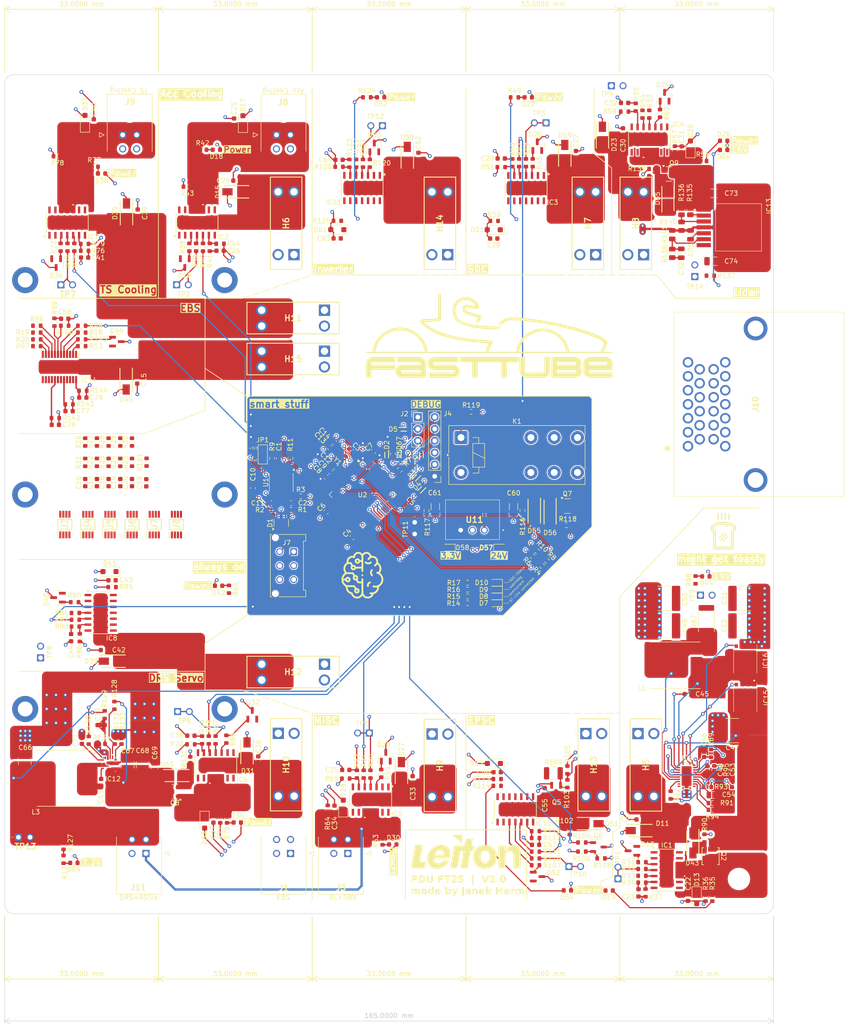
<source format=kicad_pcb>
(kicad_pcb
	(version 20240108)
	(generator "pcbnew")
	(generator_version "8.0")
	(general
		(thickness 1.74)
		(legacy_teardrops no)
	)
	(paper "A3")
	(title_block
		(title "PDU FT25")
		(date "2024-11-18")
		(rev "V1.0")
		(company "Janek Herm")
		(comment 1 "FasTTUBe Electronics")
	)
	(layers
		(0 "F.Cu" signal)
		(1 "In1.Cu" power)
		(2 "In2.Cu" signal)
		(31 "B.Cu" mixed)
		(32 "B.Adhes" user "B.Adhesive")
		(33 "F.Adhes" user "F.Adhesive")
		(34 "B.Paste" user)
		(35 "F.Paste" user)
		(37 "F.SilkS" user "F.Silkscreen")
		(38 "B.Mask" user)
		(39 "F.Mask" user)
		(40 "Dwgs.User" user "User.Drawings")
		(41 "Cmts.User" user "User.Comments")
		(42 "Eco1.User" user "User.Eco1")
		(43 "Eco2.User" user "User.Eco2")
		(44 "Edge.Cuts" user)
		(45 "Margin" user)
		(46 "B.CrtYd" user "B.Courtyard")
		(47 "F.CrtYd" user "F.Courtyard")
		(48 "B.Fab" user)
		(49 "F.Fab" user)
		(50 "User.1" user)
		(51 "User.2" user)
		(52 "User.3" user)
		(53 "User.4" user)
		(54 "User.5" user)
		(55 "User.6" user)
		(56 "User.7" user)
		(57 "User.8" user)
		(58 "User.9" user)
	)
	(setup
		(stackup
			(layer "F.SilkS"
				(type "Top Silk Screen")
			)
			(layer "F.Paste"
				(type "Top Solder Paste")
			)
			(layer "F.Mask"
				(type "Top Solder Mask")
				(thickness 0.01)
			)
			(layer "F.Cu"
				(type "copper")
				(thickness 0.105)
			)
			(layer "dielectric 1"
				(type "prepreg")
				(thickness 0.1)
				(material "FR4")
				(epsilon_r 4.5)
				(loss_tangent 0.02)
			)
			(layer "In1.Cu"
				(type "copper")
				(thickness 0.035)
			)
			(layer "dielectric 2"
				(type "core")
				(thickness 1.24)
				(material "FR4")
				(epsilon_r 4.5)
				(loss_tangent 0.02)
			)
			(layer "In2.Cu"
				(type "copper")
				(thickness 0.035)
			)
			(layer "dielectric 3"
				(type "prepreg")
				(thickness 0.1)
				(material "FR4")
				(epsilon_r 4.5)
				(loss_tangent 0.02)
			)
			(layer "B.Cu"
				(type "copper")
				(thickness 0.105)
			)
			(layer "B.Mask"
				(type "Bottom Solder Mask")
				(thickness 0.01)
			)
			(layer "B.Paste"
				(type "Bottom Solder Paste")
			)
			(copper_finish "None")
			(dielectric_constraints no)
		)
		(pad_to_mask_clearance 0)
		(allow_soldermask_bridges_in_footprints no)
		(pcbplotparams
			(layerselection 0x00010fc_ffffffff)
			(plot_on_all_layers_selection 0x0000000_00000000)
			(disableapertmacros no)
			(usegerberextensions no)
			(usegerberattributes yes)
			(usegerberadvancedattributes yes)
			(creategerberjobfile yes)
			(dashed_line_dash_ratio 12.000000)
			(dashed_line_gap_ratio 3.000000)
			(svgprecision 4)
			(plotframeref no)
			(viasonmask no)
			(mode 1)
			(useauxorigin no)
			(hpglpennumber 1)
			(hpglpenspeed 20)
			(hpglpendiameter 15.000000)
			(pdf_front_fp_property_popups yes)
			(pdf_back_fp_property_popups yes)
			(dxfpolygonmode yes)
			(dxfimperialunits yes)
			(dxfusepcbnewfont yes)
			(psnegative no)
			(psa4output no)
			(plotreference yes)
			(plotvalue yes)
			(plotfptext yes)
			(plotinvisibletext no)
			(sketchpadsonfab no)
			(subtractmaskfromsilk no)
			(outputformat 1)
			(mirror no)
			(drillshape 1)
			(scaleselection 1)
			(outputdirectory "")
		)
	)
	(net 0 "")
	(net 1 "GND")
	(net 2 "+3V3")
	(net 3 "stdCAN_H")
	(net 4 "/MCU/Vref")
	(net 5 "stdCAN_L")
	(net 6 "/MCU/NRST")
	(net 7 "Net-(C13-Pad2)")
	(net 8 "Net-(C14-Pad1)")
	(net 9 "Net-(D11-A2)")
	(net 10 "/powerstages/P_Out4a")
	(net 11 "/powerstages/IS4")
	(net 12 "Net-(D15-A2)")
	(net 13 "/connectors/P_Out1")
	(net 14 "/powerstages/IS1")
	(net 15 "Net-(D19-A2)")
	(net 16 "/RBR/RES1")
	(net 17 "/powerstages/IS10")
	(net 18 "Net-(D23-A2)")
	(net 19 "/powerstages/P_Out7a")
	(net 20 "/powerstages/IS7")
	(net 21 "Net-(D27-A2)")
	(net 22 "/connectors/P_Out8")
	(net 23 "/powerstages/IS8")
	(net 24 "Net-(D31-A2)")
	(net 25 "/powerstages/P_Out3a")
	(net 26 "/powerstages/IS3")
	(net 27 "Net-(D35-A2)")
	(net 28 "/connectors/P_Out2")
	(net 29 "/powerstages/IS2")
	(net 30 "Net-(D39-A2)")
	(net 31 "/connectors/P_Out9")
	(net 32 "/powerstages/IS9")
	(net 33 "Net-(IC9-CBOOT)")
	(net 34 "Net-(IC9-SW)")
	(net 35 "Net-(IC9-VCC)")
	(net 36 "Net-(D43-K)")
	(net 37 "Net-(IC9-PFM{slash}SYNC)")
	(net 38 "/connectors/P_Out4")
	(net 39 "Net-(C53-Pad2)")
	(net 40 "Net-(IC9-EXTCOMP)")
	(net 41 "Net-(D51-A2)")
	(net 42 "/connectors/P_Out5")
	(net 43 "/powerstages/IS5")
	(net 44 "Net-(D55-A1)")
	(net 45 "Net-(D59-A2)")
	(net 46 "/connectors/P_Out6")
	(net 47 "/powerstages/IS6")
	(net 48 "Net-(IC12-SW)")
	(net 49 "Net-(IC12-BOOT)")
	(net 50 "/connectors/P_Out3")
	(net 51 "Net-(D63-K)")
	(net 52 "Net-(IC12-FB)")
	(net 53 "Net-(IC12-SS)")
	(net 54 "/connectors/P_Out7")
	(net 55 "Net-(IC13-FB)")
	(net 56 "Net-(D65-K)")
	(net 57 "Net-(IC13-SS)")
	(net 58 "/MCU/SWCLK")
	(net 59 "/MCU/SWDIO")
	(net 60 "/MCU/UART_RX")
	(net 61 "/MCU/UART_TX")
	(net 62 "Net-(D7-A)")
	(net 63 "Net-(D8-A)")
	(net 64 "Net-(D9-A)")
	(net 65 "Net-(D10-A)")
	(net 66 "Net-(D12-A)")
	(net 67 "unconnected-(D12-NC-Pad2)")
	(net 68 "Net-(D14-A)")
	(net 69 "Net-(D16-A)")
	(net 70 "unconnected-(D16-NC-Pad2)")
	(net 71 "Net-(D18-A)")
	(net 72 "Net-(D20-A)")
	(net 73 "unconnected-(D20-NC-Pad2)")
	(net 74 "Net-(D22-A)")
	(net 75 "Net-(D24-A)")
	(net 76 "unconnected-(D24-NC-Pad2)")
	(net 77 "Net-(D26-A)")
	(net 78 "Net-(D28-A)")
	(net 79 "unconnected-(D28-NC-Pad2)")
	(net 80 "Net-(D30-A)")
	(net 81 "unconnected-(D32-NC-Pad2)")
	(net 82 "Net-(D32-A)")
	(net 83 "Net-(D34-A)")
	(net 84 "Net-(D36-A)")
	(net 85 "unconnected-(D36-NC-Pad2)")
	(net 86 "Net-(D38-A)")
	(net 87 "unconnected-(D40-NC-Pad2)")
	(net 88 "Net-(D40-A)")
	(net 89 "Net-(D42-A)")
	(net 90 "Net-(D43-A)")
	(net 91 "Net-(D44-A)")
	(net 92 "Net-(D45-A2)")
	(net 93 "/powerstages/IS11")
	(net 94 "/connectors/P_Out12")
	(net 95 "unconnected-(D52-NC-Pad2)")
	(net 96 "Net-(D52-A)")
	(net 97 "Net-(D54-A)")
	(net 98 "Net-(D56-A)")
	(net 99 "Net-(D57-A)")
	(net 100 "Net-(D58-A)")
	(net 101 "unconnected-(D60-NC-Pad2)")
	(net 102 "Net-(D60-A)")
	(net 103 "Net-(D62-A)")
	(net 104 "Net-(D63-A)")
	(net 105 "Net-(D64-A)")
	(net 106 "Net-(D65-A)")
	(net 107 "Net-(D66-A)")
	(net 108 "/connectors/P_Out11")
	(net 109 "/connectors/P_Out10")
	(net 110 "Net-(D46-A)")
	(net 111 "+24V")
	(net 112 "RES 2")
	(net 113 "Net-(IC1-IS)")
	(net 114 "Net-(IC1-GND)")
	(net 115 "Net-(IC1-IN)")
	(net 116 "Net-(IC1-DEN)")
	(net 117 "Net-(IC2-IS)")
	(net 118 "Net-(IC2-IN)")
	(net 119 "Net-(IC2-DEN)")
	(net 120 "Net-(IC2-GND)")
	(net 121 "Net-(IC3-IN)")
	(net 122 "Net-(IC3-GND)")
	(net 123 "Net-(IC3-IS)")
	(net 124 "Net-(IC3-DEN)")
	(net 125 "Net-(IC4-IN)")
	(net 126 "Net-(IC4-GND)")
	(net 127 "Net-(IC4-IS)")
	(net 128 "Net-(IC4-DEN)")
	(net 129 "Net-(IC5-GND)")
	(net 130 "Net-(IC5-DEN)")
	(net 131 "Net-(IC5-IS)")
	(net 132 "Net-(IC5-IN)")
	(net 133 "Net-(IC6-GND)")
	(net 134 "Net-(IC6-IN)")
	(net 135 "Net-(IC6-DEN)")
	(net 136 "Net-(IC6-IS)")
	(net 137 "Net-(IC7-IN)")
	(net 138 "Net-(IC7-IS)")
	(net 139 "Net-(IC7-GND)")
	(net 140 "Net-(IC7-DEN)")
	(net 141 "Net-(IC8-IN)")
	(net 142 "Net-(IC8-IS)")
	(net 143 "Net-(IC8-GND)")
	(net 144 "Net-(IC8-DEN)")
	(net 145 "Net-(IC9-CNFG)")
	(net 146 "Net-(IC9-PG{slash}SYNCOUT)")
	(net 147 "Net-(IC9-RT)")
	(net 148 "Net-(IC9-ISNS+)")
	(net 149 "Net-(IC9-HO)")
	(net 150 "Net-(IC9-LO)")
	(net 151 "Net-(IC9-FB)")
	(net 152 "Net-(IC10-IS)")
	(net 153 "Net-(IC10-IN)")
	(net 154 "Net-(IC10-DEN)")
	(net 155 "Net-(IC10-GND)")
	(net 156 "Net-(IC11-DEN)")
	(net 157 "Net-(IC11-IS)")
	(net 158 "Net-(IC11-IN)")
	(net 159 "Net-(IC11-GND)")
	(net 160 "Net-(IC12-PG)")
	(net 161 "Net-(IC12-MODE)")
	(net 162 "Net-(IC12-EN)")
	(net 163 "Net-(IC13-RON)")
	(net 164 "Net-(IC13-EN)")
	(net 165 "RES2")
	(net 166 "/MCU/SWO")
	(net 167 "FDCAN_H")
	(net 168 "FDCAN_L")
	(net 169 "unconnected-(J8-Pin_4-Pad4)")
	(net 170 "unconnected-(J9-Pin_4-Pad4)")
	(net 171 "/RBR/SDC bypass")
	(net 172 "24V ASMS")
	(net 173 "unconnected-(J10-Pin_10-Pad10)")
	(net 174 "Net-(JP1-C)")
	(net 175 "unconnected-(K1-Pad12)")
	(net 176 "unconnected-(K1-Pad24)")
	(net 177 "Net-(K1-PadA1)")
	(net 178 "unconnected-(D46-NC-Pad2)")
	(net 179 "Net-(IC14-DSEL1)")
	(net 180 "Net-(Q5-D)")
	(net 181 "Net-(Q5-G)")
	(net 182 "Net-(Q6-G)")
	(net 183 "Net-(Q6-D)")
	(net 184 "Net-(U1-Rs)")
	(net 185 "Net-(U2-PA0)")
	(net 186 "Net-(U2-BOOT0)")
	(net 187 "Net-(U2-PC0)")
	(net 188 "Net-(U2-PA11)")
	(net 189 "/MCU/CAN_RX")
	(net 190 "/MCU/CAN_TX")
	(net 191 "Net-(U2-PA12)")
	(net 192 "unconnected-(U2-PB7-Pad59)")
	(net 193 "unconnected-(U2-PA15-Pad50)")
	(net 194 "/MCU/STATUS_LED1")
	(net 195 "/MCU/STATUS_LED2")
	(net 196 "/MCU/STATUS_LED3")
	(net 197 "/MCU/STATUS_LED4")
	(net 198 "Net-(R12-Pad1)")
	(net 199 "Net-(U4A--)")
	(net 200 "/MCU/ISENSE1")
	(net 201 "Net-(U4B--)")
	(net 202 "/MCU/ISENSE2")
	(net 203 "/MCU/ISENSE3")
	(net 204 "Net-(U5A--)")
	(net 205 "Net-(U5B--)")
	(net 206 "/MCU/ISENSE4")
	(net 207 "/MCU/ISENSE5")
	(net 208 "Net-(U6A--)")
	(net 209 "Net-(U6B--)")
	(net 210 "/MCU/ISENSE6")
	(net 211 "/MCU/ISENSE7")
	(net 212 "Net-(U7A--)")
	(net 213 "Net-(U7B--)")
	(net 214 "/MCU/ISENSE8")
	(net 215 "/MCU/ISENSE9")
	(net 216 "Net-(U8A--)")
	(net 217 "Net-(U8B--)")
	(net 218 "/MCU/ISENSE10")
	(net 219 "/MCU/IN4")
	(net 220 "/MCU/IN1")
	(net 221 "/MCU/IN10")
	(net 222 "/MCU/IN7")
	(net 223 "/MCU/IN8")
	(net 224 "/MCU/IN3")
	(net 225 "/MCU/IN2")
	(net 226 "/MCU/IN9")
	(net 227 "/MCU/IN11")
	(net 228 "/MCU/IN12")
	(net 229 "/MCU/IN13")
	(net 230 "/MCU/PC_Read")
	(net 231 "/MCU/PC_EN")
	(net 232 "/MCU/IN5")
	(net 233 "/MCU/IN6")
	(net 234 "unconnected-(U2-PB0-Pad26)")
	(net 235 "/MCU/XTAL_OUT")
	(net 236 "unconnected-(U2-PC5-Pad25)")
	(net 237 "unconnected-(U2-PA10-Pad43)")
	(net 238 "Net-(IC14-GND)")
	(net 239 "unconnected-(U2-PC12-Pad53)")
	(net 240 "Net-(IC14-DEN)")
	(net 241 "Net-(IC14-IN2)")
	(net 242 "/MCU/XTAL_IN")
	(net 243 "unconnected-(U2-PA9-Pad42)")
	(net 244 "unconnected-(U2-PA8-Pad41)")
	(net 245 "unconnected-(U2-PD2-Pad54)")
	(net 246 "unconnected-(J1-Pin_1-Pad1)")
	(net 247 "unconnected-(J8-Pin_3-Pad3)")
	(net 248 "unconnected-(J9-Pin_3-Pad3)")
	(net 249 "unconnected-(J11-Pin_2-Pad2)")
	(net 250 "unconnected-(J3-Pin_2-Pad2)")
	(net 251 "unconnected-(J3-Pin_1-Pad1)")
	(net 252 "unconnected-(IC14-OUT3-Pad13)")
	(net 253 "Net-(IC14-IN0)")
	(net 254 "Net-(IC14-IN3)")
	(net 255 "Net-(IC14-DSEL0)")
	(net 256 "Net-(IC14-IN1)")
	(net 257 "Net-(IC14-IS)")
	(net 258 "/MCU/DSEL0")
	(net 259 "/MCU/DSEL1")
	(net 260 "Net-(U3A--)")
	(net 261 "/MCU/ISENSE11")
	(net 262 "unconnected-(U3-Pad7)")
	(net 263 "unconnected-(IC9-NC_1-Pad1)")
	(net 264 "unconnected-(IC9-NC_2-Pad2)")
	(net 265 "unconnected-(IC9-NC_4-Pad23)")
	(net 266 "unconnected-(IC9-NC_3-Pad22)")
	(net 267 "Net-(IC9-VOUT)")
	(net 268 "unconnected-(IC9-NC_5-Pad24)")
	(footprint "5025:5025" (layer "F.Cu") (at 148.91 99.09))
	(footprint "Resistor_SMD:R_0603_1608Metric" (layer "F.Cu") (at 151.635 91.035 90))
	(footprint "Resistor_SMD:R_0603_1608Metric" (layer "F.Cu") (at 126.945 91.035 -90))
	(footprint "BTT6010-1ERB:SOIC14_BTT6010-1ERB_INF" (layer "F.Cu") (at 153.279 85.729799 90))
	(footprint "824501241:DIOM5127X250N" (layer "F.Cu") (at 138.145 83.695 -90))
	(footprint "Package_TO_SOT_SMD:SOT-23" (layer "F.Cu") (at 123.05 94.435 -90))
	(footprint "Package_TO_SOT_SMD:SOT-23" (layer "F.Cu") (at 165.14 191.314998 90))
	(footprint "Resistor_SMD:R_0603_1608Metric" (layer "F.Cu") (at 135.615001 196.775 90))
	(footprint "5025:5025" (layer "F.Cu") (at 119.706643 179.105057 90))
	(footprint "Resistor_SMD:R_0603_1608Metric" (layer "F.Cu") (at 160.135001 164.395 90))
	(footprint "Resistor_SMD:R_0603_1608Metric" (layer "F.Cu") (at 135.545001 189.315 -90))
	(footprint "LED_SMD:LED_0603_1608Metric" (layer "F.Cu") (at 266.295 70.155 180))
	(footprint "Package_TO_SOT_SMD:SOT-23" (layer "F.Cu") (at 123.441642 166.195058 180))
	(footprint "Package_TO_SOT_SMD:SOT-23" (layer "F.Cu") (at 254.545 75.31))
	(footprint "ESD321DYAR:SODFL1608X77N" (layer "F.Cu") (at 193.99 135.625 -90))
	(footprint "5025:5025" (layer "F.Cu") (at 114.96 217.59))
	(footprint "5025:5025" (layer "F.Cu") (at 260.11 97.33 90))
	(footprint "MountingHole:MountingHole_3.2mm_M3_DIN965_Pad" (layer "F.Cu") (at 116.41 144.08 -90))
	(footprint "Resistor_SMD:R_0603_1608Metric" (layer "F.Cu") (at 254.915 208.535 -90))
	(footprint "Capacitor_SMD:C_0603_1608Metric" (layer "F.Cu") (at 156.795 213.675001 -90))
	(footprint "Resistor_SMD:R_0603_1608Metric" (layer "F.Cu") (at 118.905477 110.797452))
	(footprint "MountingHole:MountingHole_4.3mm_M4" (layer "F.Cu") (at 119.575 226.345))
	(footprint "Capacitor_SMD:C_1210_3225Metric" (layer "F.Cu") (at 138.414747 202.063428 90))
	(footprint "Diode_SMD:D_SOD-123F" (layer "F.Cu") (at 163.135001 64.22 90))
	(footprint "Capacitor_SMD:C_0603_1608Metric" (layer "F.Cu") (at 185.205 203.145 180))
	(footprint "Resistor_SMD:R_0603_1608Metric" (layer "F.Cu") (at 225.925 220.675))
	(footprint "Resistor_SMD:R_0603_1608Metric" (layer "F.Cu") (at 248.775 222.935))
	(footprint "Resistor_SMD:R_0603_1608Metric" (layer "F.Cu") (at 135.044999 163.939999 180))
	(footprint "LED_SMD:LED_0603_1608Metric" (layer "F.Cu") (at 217.335 167.395 180))
	(footprint "3SMAJ5934B-TP:DIOM5226X244N" (layer "F.Cu") (at 254.335 80.59 90))
	(footprint "Capacitor_SMD:C_1206_3216Metric" (layer "F.Cu") (at 221.205 146.675 -90))
	(footprint "Resistor_SMD:R_0603_1608Metric" (layer "F.Cu") (at 247.415 60.994999 90))
	(footprint "Capacitor_SMD:C_0603_1608Metric" (layer "F.Cu") (at 142.395 141.555 90))
	(footprint "FaSTTUBe_connectors:BLANK" (layer "F.Cu") (at 137.81 144.1 90))
	(footprint "Resistor_SMD:R_0603_1608Metric" (layer "F.Cu") (at 134.305 132.822 90))
	(footprint "Capacitor_SMD:C_0603_1608Metric" (layer "F.Cu") (at 166.425 201.034999 90))
	(footprint "Resistor_SMD:R_0603_1608Metric" (layer "F.Cu") (at 202.525 147.505 -90))
	(footprint "Capacitor_SMD:C_0603_1608Metric" (layer "F.Cu") (at 131.125 64.375 90))
	(footprint "Resistor_SMD:R_0603_1608Metric"
		(layer "F.Cu")
		(uuid "1cb00e2e-7747-4e9c-8272-1e828fd622d0")
		(at 245.035001 61.934999 180)
		(descr "Resistor SMD 0603 (1608 Metric), square (rectangular) end terminal, IPC_7351 nominal, (Body size source: IPC-SM-782 page 72, https://www.pcb-3d.com/wordpress/wp-content/uploads/ipc-sm-782a_amendment_1_and_2.pdf), generated with kicad-footprint-generator")
		(tags "resistor")
		(property "Reference" "R58"
			(at 3.15 0.07 0)
			(layer "F.SilkS")
			(uuid "c6fd192a-b9bc-469c-aee0-9475aed18d97")
			(effects
				(font
					(size 1 1)
					(thickness 0.15)
				)
			)
		)
		(property "Value" "1k"
			(at 0 1.43 0)
			(layer "F.Fab")
			(uuid "9decbf91-b7dc-4e60-94af-997cefc83878")
			(effects
				(font
					(size 1 1)
					(thickness 0.15)
				)
			)
		)
		(property "Footprint" "Resistor_SMD:R_0603_1608Metric"
			(at 0 0 180)
			(unlocked yes)
			(layer "F.Fab")
			(hide yes)
			(uuid "bfe74e63-a4c9-432d-9bbb-193dd57487c2")
			(effects
				(font
					(size 1.27 1.27)
					(thickness 0.15)
				)
			)
		)
		(property "Datasheet" ""
			(at 0 0 180)
			(unlocked yes)
			(layer "F.Fab")
			(hide yes)
			(uuid "416d55f4-53f4-421f-b59e-865b9eb50ade")
			(effects
				(font
					(size 1.27 1.27)
					(thickness 0.15)
				)
			)
		)
		(property "Description" "Resistor, small symbol"
			(at 0 0 180)
			(unlocked yes)
			(layer "F.Fab")
			(hide yes)
			(uuid "ce6f30db-3250-4f04-bd44-0e0c551ef1a6")
			(effects
				(font
					(size 1.27 1.27)
					(thickness 0.15)
				)
			)
		)
		(property ki_fp_filters "R_*")
		(path "/780d04e9-366d-4b48-88f6-229428c96c3a/86c43eea-c07d-4b85-a03d-0e621c0f0a8f/19d2fc39-9c7a-4e84-9289-99103ff6f00e")
		(sheetname "Lidar (4.5A)")
		(sheetfile "4.5A_powerstage.kicad_sch")
		(attr smd)
		(fp_line
			(start -0.237258 0.5225)
			(end 0.237258 0.5225)
			(stroke
				(width 0.12)
				(type solid)
			)
			(layer "F.SilkS")
			(uuid "26397dca-d25f-4892-b347-a8054ef4dac2")
		)
		(fp_line
			(start -0.237258 -0.5225)
			(end 0.237258 -0.5225)
			(stroke
				(width 0.12)
				(type solid)
			)
			(layer "F.SilkS")
			(uuid "3c42163d-9c4e-4941-813c-1d8ff29caa0b")
		)
		(fp_line
			(start 1.48 0.73)
			(end -1.48 0.73)
			(stroke
				(width 0.05)
				(type solid)
			)
			(layer "F.CrtYd")
			(uuid "311beaf2-d9ee-4d2b-8e8f-fd8f782da434")
		)
		(fp_line
			(start 1.48 -0.73)
			(end 1.48 0.73)
			(stroke
				(width 0.05)
				(type solid)
			)
			(layer "F.CrtYd")
			(uuid "881f60e0-f88a-4e51-a5ea-6f58778bc7d5")
		)
		(fp_line
			(start -1.48 0.73)
			(end -1.48 -0.73)
			(stroke
				(width 0.05)
				(type solid)
			)
			(layer "F.CrtYd")
			(uuid "0362ed69-ecf8-4f88-a72e-6ccc4fd39161")
		)
		(fp_line
			(start -1.48 -0.73)
			(end 1.48 -0.73)
			(stroke
				(width 0.05)
				(type solid)
			)
			(layer "F.CrtYd")
			(uuid "63c9ccea-7744-41da-91d3-3d21a2f3606a")
		)
		(fp_line
			(start 0.8 0.4125)
			(end -0.8 0.4125)
			(stroke
				(width 0.1)
				(type solid)
			)
			(layer "F.Fab")
			(uuid "75896aec-fc9f-48fa-a3ae-98944ca57322")
		)
		(fp_line
			(start 0.8 -0.
... [3439166 chars truncated]
</source>
